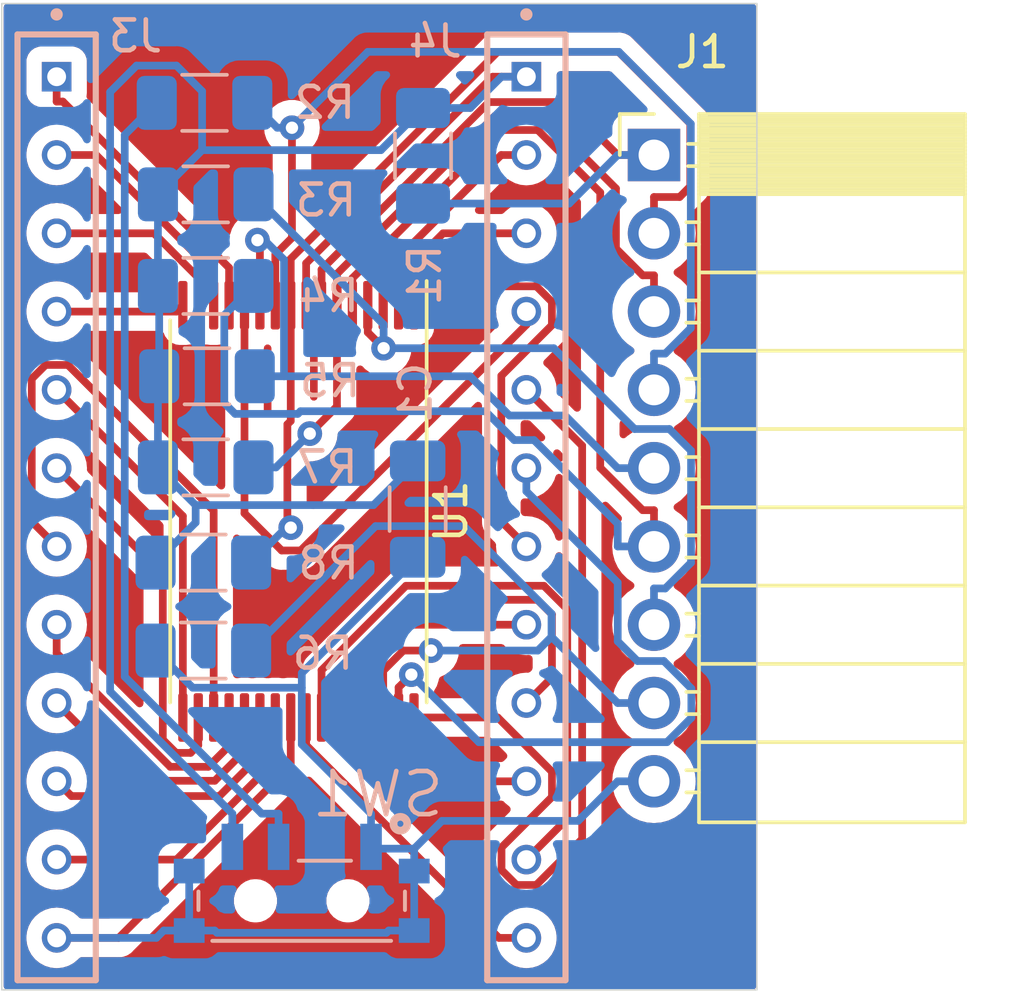
<source format=kicad_pcb>
(kicad_pcb (version 20221018) (generator pcbnew)
  (layers (0 "F.Cu" signal) (31 "B.Cu" signal) (34 "B.Paste" user) (35 "F.Paste" user) (36 "B.SilkS" user "B.Silkscreen") (37 "F.SilkS" user "F.Silkscreen") (38 "B.Mask" user) (39 "F.Mask" user) (44 "Edge.Cuts" user))
  (net 0 "")
  (net 1 "/VCC")
  (net 2 "GND")
  (net 3 "/A7")
  (net 4 "/A6")
  (net 5 "/A5")
  (net 6 "/A3")
  (net 7 "/A2")
  (net 8 "/A1")
  (net 9 "/A0")
  (net 10 "/D0")
  (net 11 "/D1")
  (net 12 "/D2")
  (net 13 "/D3")
  (net 14 "/D4")
  (net 15 "/D5")
  (net 16 "/D6")
  (net 17 "/D7")
  (net 18 "/A11")
  (net 19 "/A10")
  (net 20 "/CS1")
  (net 21 "/A12")
  (net 22 "/A9")
  (net 23 "/A8")
  (net 24 "Net-(J1-Pin_1)")
  (net 25 "Net-(J1-Pin_2)")
  (net 26 "Net-(J1-Pin_3)")
  (net 27 "Net-(J1-Pin_4)")
  (net 28 "Net-(J1-Pin_5)")
  (net 29 "Net-(J1-Pin_6)")
  (net 30 "Net-(J1-Pin_7)")
  (net 31 "Net-(J1-Pin_8)")
  (net 32 "Net-(R2-Pad2)")
  (net 33 "/A4")
  (footprint "Package_SO:TSOP-I-32_12.4x8mm_P0.5mm" (layer "F.Cu") (at 158.625 118.975 -90)
    (fp_text reference "U1" (at 0 -4.95 -90) (layer "F.SilkS"))
    (fp_text value "SST39SF040A TSOP")
    (fp_line (start 0 -4.16) (end -7.475 -4.16) (stroke (width 0.12)) (layer "F.SilkS"))
    (fp_line (start 0 -4.16) (end 6.2 -4.16) (stroke (width 0.12)) (layer "F.SilkS"))
    (fp_line (start 0 4.16) (end -6.2 4.16) (stroke (width 0.12)) (layer "F.SilkS"))
    (fp_line (start 0 4.16) (end 6.2 4.16) (stroke (width 0.12)) (layer "F.SilkS"))
    (pad "1" smd roundrect locked (at -6.6875 -3.75 270) (size 1.575 0.3) (layers "F.Cu" "F.Paste" "F.Mask") (net 18 "/A11"))
    (pad "2" smd roundrect locked (at -6.6875 -3.25 270) (size 1.575 0.3) (layers "F.Cu" "F.Paste" "F.Mask") (net 22 "/A9"))
    (pad "3" smd roundrect locked (at -6.6875 -2.75 270) (size 1.575 0.3) (layers "F.Cu" "F.Paste" "F.Mask") (net 23 "/A8"))
    (pad "4" smd roundrect locked (at -6.6875 -2.25 270) (size 1.575 0.3) (layers "F.Cu" "F.Paste" "F.Mask") (net 30 "Net-(J1-Pin_7)"))
    (pad "5" smd roundrect locked (at -6.6875 -1.75 270) (size 1.575 0.3) (layers "F.Cu" "F.Paste" "F.Mask") (net 29 "Net-(J1-Pin_6)"))
    (pad "6" smd roundrect locked (at -6.6875 -1.25 270) (size 1.575 0.3) (layers "F.Cu" "F.Paste" "F.Mask") (net 26 "Net-(J1-Pin_3)"))
    (pad "7" smd roundrect locked (at -6.6875 -0.75 270) (size 1.575 0.3) (layers "F.Cu" "F.Paste" "F.Mask") (net 24 "Net-(J1-Pin_1)"))
    (pad "8" smd roundrect locked (at -6.6875 -0.25 270) (size 1.575 0.3) (layers "F.Cu" "F.Paste" "F.Mask") (net 1 "/VCC"))
    (pad "9" smd roundrect locked (at -6.6875 0.25 270) (size 1.575 0.3) (layers "F.Cu" "F.Paste" "F.Mask") (net 25 "Net-(J1-Pin_2)"))
    (pad "10" smd roundrect locked (at -6.6875 0.75 270) (size 1.575 0.3) (layers "F.Cu" "F.Paste" "F.Mask") (net 27 "Net-(J1-Pin_4)"))
    (pad "11" smd roundrect locked (at -6.6875 1.25 270) (size 1.575 0.3) (layers "F.Cu" "F.Paste" "F.Mask") (net 28 "Net-(J1-Pin_5)"))
    (pad "12" smd roundrect locked (at -6.6875 1.75 270) (size 1.575 0.3) (layers "F.Cu" "F.Paste" "F.Mask") (net 21 "/A12"))
    (pad "13" smd roundrect locked (at -6.6875 2.25 270) (size 1.575 0.3) (layers "F.Cu" "F.Paste" "F.Mask") (net 3 "/A7"))
    (pad "14" smd roundrect locked (at -6.6875 2.75 270) (size 1.575 0.3) (layers "F.Cu" "F.Paste" "F.Mask") (net 4 "/A6"))
    (pad "15" smd roundrect locked (at -6.6875 3.25 270) (size 1.575 0.3) (layers "F.Cu" "F.Paste" "F.Mask") (net 5 "/A5"))
    (pad "16" smd roundrect locked (at -6.6875 3.75 270) (size 1.575 0.3) (layers "F.Cu" "F.Paste" "F.Mask") (net 33 "/A4"))
    (pad "17" smd roundrect locked (at 6.6875 3.75 270) (size 1.575 0.3) (layers "F.Cu" "F.Paste" "F.Mask") (net 6 "/A3"))
    (pad "18" smd roundrect locked (at 6.6875 3.25 270) (size 1.575 0.3) (layers "F.Cu" "F.Paste" "F.Mask") (net 7 "/A2"))
    (pad "19" smd roundrect locked (at 6.6875 2.75 270) (size 1.575 0.3) (layers "F.Cu" "F.Paste" "F.Mask") (net 8 "/A1"))
    (pad "20" smd roundrect locked (at 6.6875 2.25 270) (size 1.575 0.3) (layers "F.Cu" "F.Paste" "F.Mask") (net 9 "/A0"))
    (pad "21" smd roundrect locked (at 6.6875 1.75 270) (size 1.575 0.3) (layers "F.Cu" "F.Paste" "F.Mask") (net 10 "/D0"))
    (pad "22" smd roundrect locked (at 6.6875 1.25 270) (size 1.575 0.3) (layers "F.Cu" "F.Paste" "F.Mask") (net 11 "/D1"))
    (pad "23" smd roundrect locked (at 6.6875 0.75 270) (size 1.575 0.3) (layers "F.Cu" "F.Paste" "F.Mask") (net 12 "/D2"))
    (pad "24" smd roundrect locked (at 6.6875 0.25 270) (size 1.575 0.3) (layers "F.Cu" "F.Paste" "F.Mask") (net 2 "GND"))
    (pad "25" smd roundrect locked (at 6.6875 -0.25 270) (size 1.575 0.3) (layers "F.Cu" "F.Paste" "F.Mask") (net 13 "/D3"))
    (pad "26" smd roundrect locked (at 6.6875 -0.75 270) (size 1.575 0.3) (layers "F.Cu" "F.Paste" "F.Mask") (net 14 "/D4"))
    (pad "27" smd roundrect locked (at 6.6875 -1.25 270) (size 1.575 0.3) (layers "F.Cu" "F.Paste" "F.Mask") (net 15 "/D5"))
    (pad "28" smd roundrect locked (at 6.6875 -1.75 270) (size 1.575 0.3) (layers "F.Cu" "F.Paste" "F.Mask") (net 16 "/D6"))
    (pad "29" smd roundrect locked (at 6.6875 -2.25 270) (size 1.575 0.3) (layers "F.Cu" "F.Paste" "F.Mask") (net 17 "/D7"))
    (pad "30" smd roundrect locked (at 6.6875 -2.75 270) (size 1.575 0.3) (layers "F.Cu" "F.Paste" "F.Mask") (net 31 "Net-(J1-Pin_8)"))
    (pad "31" smd roundrect locked (at 6.6875 -3.25 270) (size 1.575 0.3) (layers "F.Cu" "F.Paste" "F.Mask") (net 19 "/A10"))
    (pad "32" smd roundrect locked (at 6.6875 -3.75 270) (size 1.575 0.3) (layers "F.Cu" "F.Paste" "F.Mask") (net 20 "/CS1"))
  )
  (footprint "Switch:PinSocket_1x09_P2.54mm_HorizontalR" (layer "F.Cu") (at 180.321 107.4134)
    (fp_text reference "J1" (at -8.5916 -3.34325) (layer "F.SilkS"))
    (fp_text value "Conn_01x09_Pin")
    (fp_line (start -11.27 -1.33) (end -11.27 0) (stroke (width 0.12)) (layer "F.SilkS"))
    (fp_line (start -10.16 -1.33) (end -11.27 -1.33) (stroke (width 0.12)) (layer "F.SilkS"))
    (fp_line (start -8.7 -1.33) (end -8.7 21.65) (stroke (width 0.12)) (layer "F.SilkS"))
    (fp_line (start -8.7 -0.36) (end -9.05 -0.36) (stroke (width 0.12)) (layer "F.SilkS"))
    (fp_line (start -8.7 0.36) (end -9.05 0.36) (stroke (width 0.12)) (layer "F.SilkS"))
    (fp_line (start -8.7 2.18) (end -9.11 2.18) (stroke (width 0.12)) (layer "F.SilkS"))
    (fp_line (start -8.7 2.9) (end -9.11 2.9) (stroke (width 0.12)) (layer "F.SilkS"))
    (fp_line (start -8.7 4.72) (end -9.11 4.72) (stroke (width 0.12)) (layer "F.SilkS"))
    (fp_line (start -8.7 5.44) (end -9.11 5.44) (stroke (width 0.12)) (layer "F.SilkS"))
    (fp_line (start -8.7 7.26) (end -9.11 7.26) (stroke (width 0.12)) (layer "F.SilkS"))
    (fp_line (start -8.7 7.98) (end -9.11 7.98) (stroke (width 0.12)) (layer "F.SilkS"))
    (fp_line (start -8.7 9.8) (end -9.11 9.8) (stroke (width 0.12)) (layer "F.SilkS"))
    (fp_line (start -8.7 10.52) (end -9.11 10.52) (stroke (width 0.12)) (layer "F.SilkS"))
    (fp_line (start -8.7 12.34) (end -9.11 12.34) (stroke (width 0.12)) (layer "F.SilkS"))
    (fp_line (start -8.7 13.06) (end -9.11 13.06) (stroke (width 0.12)) (layer "F.SilkS"))
    (fp_line (start -8.7 14.88) (end -9.11 14.88) (stroke (width 0.12)) (layer "F.SilkS"))
    (fp_line (start -8.7 15.6) (end -9.11 15.6) (stroke (width 0.12)) (layer "F.SilkS"))
    (fp_line (start -8.7 17.42) (end -9.11 17.42) (stroke (width 0.12)) (layer "F.SilkS"))
    (fp_line (start -8.7 18.14) (end -9.11 18.14) (stroke (width 0.12)) (layer "F.SilkS"))
    (fp_line (start -8.7 19.96) (end -9.11 19.96) (stroke (width 0.12)) (layer "F.SilkS"))
    (fp_line (start -8.7 20.68) (end -9.11 20.68) (stroke (width 0.12)) (layer "F.SilkS"))
    (fp_line (start -0.07 -1.33) (end -8.7 -1.33) (stroke (width 0.12)) (layer "F.SilkS"))
    (fp_line (start -0.07 -1.33) (end -0.07 21.65) (stroke (width 0.12)) (layer "F.SilkS"))
    (fp_line (start -0.07 -1.21) (end -8.7 -1.21) (stroke (width 0.12)) (layer "F.SilkS"))
    (fp_line (start -0.07 -1.091905) (end -8.7 -1.091905) (stroke (width 0.12)) (layer "F.SilkS"))
    (fp_line (start -0.07 -0.97381) (end -8.7 -0.97381) (stroke (width 0.12)) (layer "F.SilkS"))
    (fp_line (start -0.07 -0.855715) (end -8.7 -0.855715) (stroke (width 0.12)) (layer "F.SilkS"))
    (fp_line (start -0.07 -0.73762) (end -8.7 -0.73762) (stroke (width 0.12)) (layer "F.SilkS"))
    (fp_line (start -0.07 -0.619525) (end -8.7 -0.619525) (stroke (width 0.12)) (layer "F.SilkS"))
    (fp_line (start -0.07 -0.50143) (end -8.7 -0.50143) (stroke (width 0.12)) (layer "F.SilkS"))
    (fp_line (start -0.07 -0.383335) (end -8.7 -0.383335) (stroke (width 0.12)) (layer "F.SilkS"))
    (fp_line (start -0.07 -0.26524) (end -8.7 -0.26524) (stroke (width 0.12)) (layer "F.SilkS"))
    (fp_line (start -0.07 -0.147145) (end -8.7 -0.147145) (stroke (width 0.12)) (layer "F.SilkS"))
    (fp_line (start -0.07 -0.02905) (end -8.7 -0.02905) (stroke (width 0.12)) (layer "F.SilkS"))
    (fp_line (start -0.07 0.089045) (end -8.7 0.089045) (stroke (width 0.12)) (layer "F.SilkS"))
    (fp_line (start -0.07 0.20714) (end -8.7 0.20714) (stroke (width 0.12)) (layer "F.SilkS"))
    (fp_line (start -0.07 0.325235) (end -8.7 0.325235) (stroke (width 0.12)) (layer "F.SilkS"))
    (fp_line (start -0.07 0.44333) (end -8.7 0.44333) (stroke (width 0.12)) (layer "F.SilkS"))
    (fp_line (start -0.07 0.561425) (end -8.7 0.561425) (stroke (width 0.12)) (layer "F.SilkS"))
    (fp_line (start -0.07 0.67952) (end -8.7 0.67952) (stroke (width 0.12)) (layer "F.SilkS"))
    (fp_line (start -0.07 0.797615) (end -8.7 0.797615) (stroke (width 0.12)) (layer "F.SilkS"))
    (fp_line (start -0.07 0.91571) (end -8.7 0.91571) (stroke (width 0.12)) (layer "F.SilkS"))
    (fp_line (start -0.07 1.033805) (end -8.7 1.033805) (stroke (width 0.12)) (layer "F.SilkS"))
    (fp_line (start -0.07 1.1519) (end -8.7 1.1519) (stroke (width 0.12)) (layer "F.SilkS"))
    (fp_line (start -0.07 1.27) (end -8.7 1.27) (stroke (width 0.12)) (layer "F.SilkS"))
    (fp_line (start -0.07 3.81) (end -8.7 3.81) (stroke (width 0.12)) (layer "F.SilkS"))
    (fp_line (start -0.07 6.35) (end -8.7 6.35) (stroke (width 0.12)) (layer "F.SilkS"))
    (fp_line (start -0.07 8.89) (end -8.7 8.89) (stroke (width 0.12)) (layer "F.SilkS"))
    (fp_line (start -0.07 11.43) (end -8.7 11.43) (stroke (width 0.12)) (layer "F.SilkS"))
    (fp_line (start -0.07 13.97) (end -8.7 13.97) (stroke (width 0.12)) (layer "F.SilkS"))
    (fp_line (start -0.07 16.51) (end -8.7 16.51) (stroke (width 0.12)) (layer "F.SilkS"))
    (fp_line (start -0.07 19.05) (end -8.7 19.05) (stroke (width 0.12)) (layer "F.SilkS"))
    (fp_line (start -0.07 21.65) (end -8.7 21.65) (stroke (width 0.12)) (layer "F.SilkS"))
    (pad "1" thru_hole rect (at -10.16 0) (size 1.7 1.7) (drill 1) (layers "*.Cu" "*.Mask") (net 24 "Net-(J1-Pin_1)"))
    (pad "2" thru_hole oval (at -10.16 2.54) (size 1.7 1.7) (drill 1) (layers "*.Cu" "*.Mask") (net 25 "Net-(J1-Pin_2)"))
    (pad "3" thru_hole oval (at -10.16 5.08) (size 1.7 1.7) (drill 1) (layers "*.Cu" "*.Mask") (net 26 "Net-(J1-Pin_3)"))
    (pad "4" thru_hole oval (at -10.16 7.62) (size 1.7 1.7) (drill 1) (layers "*.Cu" "*.Mask") (net 27 "Net-(J1-Pin_4)"))
    (pad "5" thru_hole oval (at -10.16 10.16) (size 1.7 1.7) (drill 1) (layers "*.Cu" "*.Mask") (net 28 "Net-(J1-Pin_5)"))
    (pad "6" thru_hole oval (at -10.16 12.7) (size 1.7 1.7) (drill 1) (layers "*.Cu" "*.Mask") (net 29 "Net-(J1-Pin_6)"))
    (pad "7" thru_hole oval (at -10.16 15.24) (size 1.7 1.7) (drill 1) (layers "*.Cu" "*.Mask") (net 30 "Net-(J1-Pin_7)"))
    (pad "8" thru_hole oval (at -10.16 17.78) (size 1.7 1.7) (drill 1) (layers "*.Cu" "*.Mask") (net 31 "Net-(J1-Pin_8)"))
    (pad "9" thru_hole oval (at -10.16 20.32) (size 1.7 1.7) (drill 1) (layers "*.Cu" "*.Mask") (net 2 "GND"))
  )
  (footprint "Switch:SW_PCM12SMTR" (layer "B.Cu") (at 158.731 131.6101 180)
    (fp_text reference "SW1" (at -2.4701 3.451225) (layer "B.SilkS") (effects (font (size 1.4 1.4)) (justify mirror)))
    (fp_text value "SW_SPDT" hide)
    (fp_line (start -3.35 -0.3) (end -3.35 0.3) (stroke (width 0.127)) (layer "B.SilkS"))
    (fp_line (start -2.9 -1.3) (end 2.9 -1.3) (stroke (width 0.127)) (layer "B.SilkS"))
    (fp_line (start -1.6 1.3) (end 0.1 1.3) (stroke (width 0.127)) (layer "B.SilkS"))
    (fp_line (start 3.35 0.3) (end 3.35 -0.3) (stroke (width 0.127)) (layer "B.SilkS"))
    (fp_circle (center -3.2 2.5) (end -3.1 2.5) (stroke (width 0.25)) (fill none) (layer "B.SilkS"))
    (pad "" np_thru_hole circle locked (at -1.5 0 180) (size 0.9 0.9) (drill 0.9) (layers "*.Cu" "*.Mask"))
    (pad "" np_thru_hole circle locked (at 1.5 0 180) (size 0.9 0.9) (drill 0.9) (layers "*.Cu" "*.Mask"))
    (pad "1" smd rect locked (at -2.25 1.75 180) (size 0.7 1.5) (layers "B.Cu" "B.Paste" "B.Mask") (net 2 "GND"))
    (pad "2" smd rect locked (at 0.75 1.75 180) (size 0.7 1.5) (layers "B.Cu" "B.Paste" "B.Mask") (net 32 "Net-(R2-Pad2)"))
    (pad "3" smd rect locked (at 2.25 1.75 180) (size 0.7 1.5) (layers "B.Cu" "B.Paste" "B.Mask") (net 1 "/VCC"))
    (pad "S1" smd rect locked (at -3.65 0.965 180) (size 1 0.8) (layers "B.Cu" "B.Paste" "B.Mask") (net 2 "GND"))
    (pad "S2" smd rect locked (at -3.65 -0.965 180) (size 1 0.8) (layers "B.Cu" "B.Paste" "B.Mask") (net 2 "GND"))
    (pad "S3" smd rect locked (at 3.65 -0.965 180) (size 1 0.8) (layers "B.Cu" "B.Paste" "B.Mask") (net 2 "GND"))
    (pad "S4" smd rect locked (at 3.65 0.965 180) (size 1 0.8) (layers "B.Cu" "B.Paste" "B.Mask") (net 2 "GND"))
  )
  (footprint "Resistor_SMD:R_1206_3216Metric_Pad1.30x1.75mm_HandSolder" (layer "B.Cu") (at 155.6576 114.5921 180)
    (fp_text reference "R5" (at -3.99415 -0.1524) (layer "B.SilkS") (effects (justify mirror)))
    (fp_text value "10K")
    (fp_line (start -0.727064 -0.91) (end 0.727064 -0.91) (stroke (width 0.12)) (layer "B.SilkS"))
    (fp_line (start -0.727064 0.91) (end 0.727064 0.91) (stroke (width 0.12)) (layer "B.SilkS"))
    (pad "1" smd roundrect locked (at -1.55 0 180) (size 1.3 1.75) (layers "B.Cu" "B.Paste" "B.Mask") (roundrect_rratio 0.1923076923) (net 28 "Net-(J1-Pin_5)"))
    (pad "2" smd roundrect locked (at 1.55 0 180) (size 1.3 1.75) (layers "B.Cu" "B.Paste" "B.Mask") (roundrect_rratio 0.1923076923) (net 1 "/VCC"))
  )
  (footprint "Resistor_SMD:R_1206_3216Metric_Pad1.30x1.75mm_HandSolder" (layer "B.Cu") (at 155.5401 123.4916 180)
    (fp_text reference "R6" (at -3.877225 -0.09525) (layer "B.SilkS") (effects (justify mirror)))
    (fp_text value "10K")
    (fp_line (start -0.727064 -0.91) (end 0.727064 -0.91) (stroke (width 0.12)) (layer "B.SilkS"))
    (fp_line (start -0.727064 0.91) (end 0.727064 0.91) (stroke (width 0.12)) (layer "B.SilkS"))
    (pad "1" smd roundrect locked (at -1.55 0 180) (size 1.3 1.75) (layers "B.Cu" "B.Paste" "B.Mask") (roundrect_rratio 0.1923076923) (net 31 "Net-(J1-Pin_8)"))
    (pad "2" smd roundrect locked (at 1.55 0 180) (size 1.3 1.75) (layers "B.Cu" "B.Paste" "B.Mask") (roundrect_rratio 0.1923076923) (net 2 "GND"))
  )
  (footprint "Resistor_SMD:R_1206_3216Metric_Pad1.30x1.75mm_HandSolder" (layer "B.Cu") (at 155.5782 105.7211 180)
    (fp_text reference "R2" (at -3.902675 0.00635) (layer "B.SilkS") (effects (justify mirror)))
    (fp_text value "10K")
    (fp_line (start -0.727064 -0.91) (end 0.727064 -0.91) (stroke (width 0.12)) (layer "B.SilkS"))
    (fp_line (start -0.727064 0.91) (end 0.727064 0.91) (stroke (width 0.12)) (layer "B.SilkS"))
    (pad "1" smd roundrect locked (at -1.55 0 180) (size 1.3 1.75) (layers "B.Cu" "B.Paste" "B.Mask") (roundrect_rratio 0.1923076923) (net 27 "Net-(J1-Pin_4)"))
    (pad "2" smd roundrect locked (at 1.55 0 180) (size 1.3 1.75) (layers "B.Cu" "B.Paste" "B.Mask") (roundrect_rratio 0.1923076923) (net 32 "Net-(R2-Pad2)"))
  )
  (footprint "Switch:Pin-Pin Header 2.54mm Round Samtec BBL-112-G-E" (layer "B.Cu") (at 166.0202 104.8734 -90)
    (fp_text reference "J4" (at -1.149325 2.95855) (layer "B.SilkS") (effects (justify mirror)))
    (fp_text value "BBL-112-G-E")
    (fp_line (start -1.372 -1.27) (end -1.372 1.27) (stroke (width 0.2)) (layer "B.SilkS"))
    (fp_line (start 29.312 -1.27) (end -1.372 -1.27) (stroke (width 0.2)) (layer "B.SilkS"))
    (fp_line (start 29.312 1.27) (end -1.372 1.27) (stroke (width 0.2)) (layer "B.SilkS"))
    (fp_line (start 29.312 1.27) (end 29.312 -1.27) (stroke (width 0.2)) (layer "B.SilkS"))
    (fp_circle (center -2.022 0) (end -1.922 0) (stroke (width 0.2)) (fill none) (layer "B.SilkS"))
    (pad "01" thru_hole rect locked (at 0 0 270) (size 0.96 0.96) (drill 0.61) (layers "*.Cu" "*.Mask") (net 1 "/VCC"))
    (pad "02" thru_hole circle locked (at 2.54 0 270) (size 0.96 0.96) (drill 0.61) (layers "*.Cu" "*.Mask") (net 23 "/A8"))
    (pad "03" thru_hole circle locked (at 5.08 0 270) (size 0.96 0.96) (drill 0.61) (layers "*.Cu" "*.Mask") (net 22 "/A9"))
    (pad "04" thru_hole circle locked (at 7.62 0 270) (size 0.96 0.96) (drill 0.61) (layers "*.Cu" "*.Mask") (net 21 "/A12"))
    (pad "05" thru_hole circle locked (at 10.16 0 270) (size 0.96 0.96) (drill 0.61) (layers "*.Cu" "*.Mask") (net 20 "/CS1"))
    (pad "06" thru_hole circle locked (at 12.7 0 270) (size 0.96 0.96) (drill 0.61) (layers "*.Cu" "*.Mask") (net 19 "/A10"))
    (pad "07" thru_hole circle locked (at 15.24 0 270) (size 0.96 0.96) (drill 0.61) (layers "*.Cu" "*.Mask") (net 18 "/A11"))
    (pad "08" thru_hole circle locked (at 17.78 0 270) (size 0.96 0.96) (drill 0.61) (layers "*.Cu" "*.Mask") (net 17 "/D7"))
    (pad "09" thru_hole circle locked (at 20.32 0 270) (size 0.96 0.96) (drill 0.61) (layers "*.Cu" "*.Mask") (net 16 "/D6"))
    (pad "10" thru_hole circle locked (at 22.86 0 270) (size 0.96 0.96) (drill 0.61) (layers "*.Cu" "*.Mask") (net 15 "/D5"))
    (pad "11" thru_hole circle locked (at 25.4 0 270) (size 0.96 0.96) (drill 0.61) (layers "*.Cu" "*.Mask") (net 14 "/D4"))
    (pad "12" thru_hole circle locked (at 27.94 0 270) (size 0.96 0.96) (drill 0.61) (layers "*.Cu" "*.Mask") (net 13 "/D3"))
  )
  (footprint "Resistor_SMD:R_1206_3216Metric_Pad1.30x1.75mm_HandSolder" (layer "B.Cu") (at 155.6163 108.6898 180)
    (fp_text reference "R3" (at -3.902675 -0.19365) (layer "B.SilkS") (effects (justify mirror)))
    (fp_text value "10K")
    (fp_line (start -0.727064 -0.91) (end 0.727064 -0.91) (stroke (width 0.12)) (layer "B.SilkS"))
    (fp_line (start -0.727064 0.91) (end 0.727064 0.91) (stroke (width 0.12)) (layer "B.SilkS"))
    (pad "1" smd roundrect locked (at -1.55 0 180) (size 1.3 1.75) (layers "B.Cu" "B.Paste" "B.Mask") (roundrect_rratio 0.1923076923) (net 30 "Net-(J1-Pin_7)"))
    (pad "2" smd roundrect locked (at 1.55 0 180) (size 1.3 1.75) (layers "B.Cu" "B.Paste" "B.Mask") (roundrect_rratio 0.1923076923) (net 1 "/VCC"))
  )
  (footprint "Resistor_SMD:R_1206_3216Metric_Pad1.30x1.75mm_HandSolder" (layer "B.Cu") (at 155.6163 117.548 180)
    (fp_text reference "R7" (at -3.94715 0.006375) (layer "B.SilkS") (effects (justify mirror)))
    (fp_text value "10K")
    (fp_line (start -0.727064 -0.91) (end 0.727064 -0.91) (stroke (width 0.12)) (layer "B.SilkS"))
    (fp_line (start -0.727064 0.91) (end 0.727064 0.91) (stroke (width 0.12)) (layer "B.SilkS"))
    (pad "1" smd roundrect locked (at -1.55 0 180) (size 1.3 1.75) (layers "B.Cu" "B.Paste" "B.Mask") (roundrect_rratio 0.1923076923) (net 26 "Net-(J1-Pin_3)"))
    (pad "2" smd roundrect locked (at 1.55 0 180) (size 1.3 1.75) (layers "B.Cu" "B.Paste" "B.Mask") (roundrect_rratio 0.1923076923) (net 1 "/VCC"))
  )
  (footprint "Resistor_SMD:R_1206_3216Metric_Pad1.30x1.75mm_HandSolder" (layer "B.Cu") (at 162.6676 107.4385 -90)
    (fp_text reference "R1" (at 3.870325 -0.057175 90) (layer "B.SilkS") (effects (justify mirror)))
    (fp_text value "10K")
    (fp_line (start -0.727064 -0.91) (end 0.727064 -0.91) (stroke (width 0.12)) (layer "B.SilkS"))
    (fp_line (start -0.727064 0.91) (end 0.727064 0.91) (stroke (width 0.12)) (layer "B.SilkS"))
    (pad "1" smd roundrect locked (at -1.55 0 270) (size 1.3 1.75) (layers "B.Cu" "B.Paste" "B.Mask") (roundrect_rratio 0.1923076923) (net 1 "/VCC"))
    (pad "2" smd roundrect locked (at 1.55 0 270) (size 1.3 1.75) (layers "B.Cu" "B.Paste" "B.Mask") (roundrect_rratio 0.1923076923) (net 24 "Net-(J1-Pin_1)"))
  )
  (footprint "Switch:Pin-Pin Header 2.54mm Round Samtec BBL-112-G-E" (layer "B.Cu") (at 150.7802 104.8734 -90)
    (fp_text reference locked "J3" (at -1.314425 -2.5596) (layer "B.SilkS") (effects (justify mirror)))
    (fp_text value "BBL-112-G-E")
    (fp_line (start -1.372 -1.27) (end -1.372 1.27) (stroke (width 0.2)) (layer "B.SilkS"))
    (fp_line (start 29.312 -1.27) (end -1.372 -1.27) (stroke (width 0.2)) (layer "B.SilkS"))
    (fp_line (start 29.312 1.27) (end -1.372 1.27) (stroke (width 0.2)) (layer "B.SilkS"))
    (fp_line (start 29.312 1.27) (end 29.312 -1.27) (stroke (width 0.2)) (layer "B.SilkS"))
    (fp_circle (center -2.022 0) (end -1.922 0) (stroke (width 0.2)) (fill none) (layer "B.SilkS"))
    (pad "01" thru_hole rect locked (at 0 0 270) (size 0.96 0.96) (drill 0.61) (layers "*.Cu" "*.Mask") (net 3 "/A7"))
    (pad "02" thru_hole circle locked (at 2.54 0 270) (size 0.96 0.96) (drill 0.61) (layers "*.Cu" "*.Mask") (net 4 "/A6"))
    (pad "03" thru_hole circle locked (at 5.08 0 270) (size 0.96 0.96) (drill 0.61) (layers "*.Cu" "*.Mask") (net 5 "/A5"))
    (pad "04" thru_hole circle locked (at 7.62 0 270) (size 0.96 0.96) (drill 0.61) (layers "*.Cu" "*.Mask") (net 33 "/A4"))
    (pad "05" thru_hole circle locked (at 10.16 0 270) (size 0.96 0.96) (drill 0.61) (layers "*.Cu" "*.Mask") (net 6 "/A3"))
    (pad "06" thru_hole circle locked (at 12.7 0 270) (size 0.96 0.96) (drill 0.61) (layers "*.Cu" "*.Mask") (net 7 "/A2"))
    (pad "07" thru_hole circle locked (at 15.24 0 270) (size 0.96 0.96) (drill 0.61) (layers "*.Cu" "*.Mask") (net 8 "/A1"))
    (pad "08" thru_hole circle locked (at 17.78 0 270) (size 0.96 0.96) (drill 0.61) (layers "*.Cu" "*.Mask") (net 9 "/A0"))
    (pad "09" thru_hole circle locked (at 20.32 0 270) (size 0.96 0.96) (drill 0.61) (layers "*.Cu" "*.Mask") (net 10 "/D0"))
    (pad "10" thru_hole circle locked (at 22.86 0 270) (size 0.96 0.96) (drill 0.61) (layers "*.Cu" "*.Mask") (net 11 "/D1"))
    (pad "11" thru_hole circle locked (at 25.4 0 270) (size 0.96 0.96) (drill 0.61) (layers "*.Cu" "*.Mask") (net 12 "/D2"))
    (pad "12" thru_hole circle locked (at 27.94 0 270) (size 0.96 0.96) (drill 0.61) (layers "*.Cu" "*.Mask") (net 2 "GND"))
  )
  (footprint "Capacitor_SMD:C_1206_3216Metric_Pad1.33x1.80mm_HandSolder" (layer "B.Cu") (at 162.4933 118.9006 -90)
    (fp_text reference "C1" (at -3.76875 0.073 90) (layer "B.SilkS") (effects (justify mirror)))
    (fp_text value "100nF")
    (fp_line (start -0.711252 -0.91) (end 0.711252 -0.91) (stroke (width 0.12)) (layer "B.SilkS"))
    (fp_line (start -0.711252 0.91) (end 0.711252 0.91) (stroke (width 0.12)) (layer "B.SilkS"))
    (pad "1" smd roundrect (at -1.5625 0 270) (size 1.325 1.8) (layers "B.Cu" "B.Paste" "B.Mask") (roundrect_rratio 0.1886792453) (net 1 "/VCC"))
    (pad "2" smd roundrect (at 1.5625 0 270) (size 1.325 1.8) (layers "B.Cu" "B.Paste" "B.Mask") (roundrect_rratio 0.1886792453) (net 2 "GND"))
  )
  (footprint "Resistor_SMD:R_1206_3216Metric_Pad1.30x1.75mm_HandSolder" (layer "B.Cu") (at 155.5401 120.6373 180)
    (fp_text reference "R8" (at -4.0652 -0.02225) (layer "B.SilkS") (effects (justify mirror)))
    (fp_text value "10K")
    (fp_line (start -0.727064 -0.91) (end 0.727064 -0.91) (stroke (width 0.12)) (layer "B.SilkS"))
    (fp_line (start -0.727064 0.91) (end 0.727064 0.91) (stroke (width 0.12)) (layer "B.SilkS"))
    (pad "1" smd roundrect locked (at -1.55 0 180) (size 1.3 1.75) (layers "B.Cu" "B.Paste" "B.Mask") (roundrect_rratio 0.1923076923) (net 25 "Net-(J1-Pin_2)"))
    (pad "2" smd roundrect locked (at 1.55 0 180) (size 1.3 1.75) (layers "B.Cu" "B.Paste" "B.Mask") (roundrect_rratio 0.1923076923) (net 1 "/VCC"))
  )
  (footprint "Resistor_SMD:R_1206_3216Metric_Pad1.30x1.75mm_HandSolder" (layer "B.Cu") (at 155.6163 111.6616 180)
    (fp_text reference "R4" (at -3.98835 -0.32385) (layer "B.SilkS") (effects (justify mirror)))
    (fp_text value "10K")
    (fp_line (start -0.727064 -0.91) (end 0.727064 -0.91) (stroke (width 0.12)) (layer "B.SilkS"))
    (fp_line (start -0.727064 0.91) (end 0.727064 0.91) (stroke (width 0.12)) (layer "B.SilkS"))
    (pad "1" smd roundrect locked (at -1.55 0 180) (size 1.3 1.75) (layers "B.Cu" "B.Paste" "B.Mask") (roundrect_rratio 0.1923076923) (net 29 "Net-(J1-Pin_6)"))
    (pad "2" smd roundrect locked (at 1.55 0 180) (size 1.3 1.75) (layers "B.Cu" "B.Paste" "B.Mask") (roundrect_rratio 0.1923076923) (net 1 "/VCC"))
  )
  (gr_rect (start 149 102.5) (end 173.5 134.5) (stroke (width 0.05)) (fill none) (layer "Edge.Cuts"))
  (segment (start 166.0202 104.8734) (end 165.2133 104.8734) (width 0.25) (layer "F.Cu") (net 1))
  (segment (start 158.875 112.2875) (end 158.875 110.9253) (width 0.25) (layer "F.Cu") (net 1))
  (segment (start 158.875 110.9253) (end 164.9269 104.8734) (width 0.25) (layer "F.Cu") (net 1))
  (segment (start 164.9269 104.8734) (end 165.2133 104.8734) (width 0.25) (layer "F.Cu") (net 1))
  (segment (start 155.2903 118.772) (end 155.2903 119.3371) (width 0.25) (layer "B.Cu") (net 1))
  (segment (start 155.2903 118.772) (end 154.0663 117.548) (width 0.25) (layer "B.Cu") (net 1))
  (segment (start 161.3002 107.2559) (end 162.6676 105.8885) (width 0.25) (layer "B.Cu") (net 1))
  (segment (start 153.3724 104.5127) (end 152.5151 105.37) (width 0.25) (layer "B.Cu") (net 1))
  (segment (start 155.5002 107.2559) (end 161.3002 107.2559) (width 0.25) (layer "B.Cu") (net 1))
  (segment (start 166.0202 104.8734) (end 165.2133 104.8734) (width 0.25) (layer "B.Cu") (net 1))
  (segment (start 162.4933 117.3381) (end 161.0594 118.772) (width 0.25) (layer "B.Cu") (net 1))
  (segment (start 161.0594 118.772) (end 155.2903 118.772) (width 0.25) (layer "B.Cu") (net 1))
  (segment (start 164.1982 105.8885) (end 165.2133 104.8734) (width 0.25) (layer "B.Cu") (net 1))
  (segment (start 155.5002 105.3446) (end 154.6683 104.5127) (width 0.25) (layer "B.Cu") (net 1))
  (segment (start 156.481 129.8601) (end 156.481 128.7832) (width 0.25) (layer "B.Cu") (net 1))
  (segment (start 154.1076 111.7029) (end 154.1076 114.5921) (width 0.25) (layer "B.Cu") (net 1))
  (segment (start 155.5002 107.2559) (end 155.5002 105.3446) (width 0.25) (layer "B.Cu") (net 1))
  (segment (start 154.0663 111.6616) (end 154.1076 111.7029) (width 0.25) (layer "B.Cu") (net 1))
  (segment (start 162.6676 105.8885) (end 164.1982 105.8885) (width 0.25) (layer "B.Cu") (net 1))
  (segment (start 154.0663 108.6898) (end 155.5002 107.2559) (width 0.25) (layer "B.Cu") (net 1))
  (segment (start 154.0663 114.6334) (end 154.0663 117.548) (width 0.25) (layer "B.Cu") (net 1))
  (segment (start 154.1076 114.5921) (end 154.0663 114.6334) (width 0.25) (layer "B.Cu") (net 1))
  (segment (start 155.2903 119.3371) (end 153.9901 120.6373) (width 0.25) (layer "B.Cu") (net 1))
  (segment (start 154.6683 104.5127) (end 153.3724 104.5127) (width 0.25) (layer "B.Cu") (net 1))
  (segment (start 154.0663 108.6898) (end 154.0663 111.6616) (width 0.25) (layer "B.Cu") (net 1))
  (segment (start 152.5151 105.37) (end 152.5151 124.8173) (width 0.25) (layer "B.Cu") (net 1))
  (segment (start 152.5151 124.8173) (end 156.481 128.7832) (width 0.25) (layer "B.Cu") (net 1))
  (segment (start 158.375 127.2329) (end 158.375 125.6625) (width 0.25) (layer "F.Cu") (net 2))
  (segment (start 152.7945 132.8134) (end 158.375 127.2329) (width 0.25) (layer "F.Cu") (net 2))
  (segment (start 150.7802 132.8134) (end 152.7945 132.8134) (width 0.25) (layer "F.Cu") (net 2))
  (segment (start 158.7338 126.536) (end 160.981 128.7832) (width 0.25) (layer "B.Cu") (net 2))
  (segment (start 162.4933 120.4631) (end 158.7338 124.2226) (width 0.25) (layer "B.Cu") (net 2))
  (segment (start 155.9079 132.5751) (end 155.9817 132.6489) (width 0.25) (layer "B.Cu") (net 2))
  (segment (start 163.2817 129.0175) (end 162.381 129.9182) (width 0.25) (layer "B.Cu") (net 2))
  (segment (start 162.381 129.9182) (end 161.0391 129.9182) (width 0.25) (layer "B.Cu") (net 2))
  (segment (start 162.381 132.5751) (end 161.5541 132.5751) (width 0.25) (layer "B.Cu") (net 2))
  (segment (start 160.981 129.8601) (end 160.981 128.7832) (width 0.25) (layer "B.Cu") (net 2))
  (segment (start 155.081 130.6451) (end 155.081 132.5751) (width 0.25) (layer "B.Cu") (net 2))
  (segment (start 155.081 132.5751) (end 155.9079 132.5751) (width 0.25) (layer "B.Cu") (net 2))
  (segment (start 161.0391 129.9182) (end 160.981 129.8601) (width 0.25) (layer "B.Cu") (net 2))
  (segment (start 161.4803 132.6489) (end 161.5541 132.5751) (width 0.25) (layer "B.Cu") (net 2))
  (segment (start 170.161 127.7334) (end 168.9841 127.7334) (width 0.25) (layer "B.Cu") (net 2))
  (segment (start 162.381 130.6451) (end 162.381 132.5751) (width 0.25) (layer "B.Cu") (net 2))
  (segment (start 168.9841 127.7334) (end 167.7 129.0175) (width 0.25) (layer "B.Cu") (net 2))
  (segment (start 162.381 130.6451) (end 162.381 129.9182) (width 0.25) (layer "B.Cu") (net 2))
  (segment (start 158.7338 124.2226) (end 158.7338 124.6972) (width 0.25) (layer "B.Cu") (net 2))
  (segment (start 158.7338 124.6972) (end 155.1957 124.6972) (width 0.25) (layer "B.Cu") (net 2))
  (segment (start 155.081 132.5751) (end 154.2541 132.5751) (width 0.25) (layer "B.Cu") (net 2))
  (segment (start 154.0158 132.8134) (end 154.2541 132.5751) (width 0.25) (layer "B.Cu") (net 2))
  (segment (start 167.7 129.0175) (end 163.2817 129.0175) (width 0.25) (layer "B.Cu") (net 2))
  (segment (start 155.1957 124.6972) (end 153.9901 123.4916) (width 0.25) (layer "B.Cu") (net 2))
  (segment (start 158.7338 124.6972) (end 158.7338 126.536) (width 0.25) (layer "B.Cu") (net 2))
  (segment (start 155.9817 132.6489) (end 161.4803 132.6489) (width 0.25) (layer "B.Cu") (net 2))
  (segment (start 150.7802 132.8134) (end 154.0158 132.8134) (width 0.25) (layer "B.Cu") (net 2))
  (segment (start 150.7802 105.6803) (end 150.9819 105.6803) (width 0.25) (layer "F.Cu") (net 3))
  (segment (start 150.9819 105.6803) (end 156.375 111.0734) (width 0.25) (layer "F.Cu") (net 3))
  (segment (start 150.7802 104.8734) (end 150.7802 105.6803) (width 0.25) (layer "F.Cu") (net 3))
  (segment (start 156.375 111.0734) (end 156.375 112.2875) (width 0.25) (layer "F.Cu") (net 3))
  (segment (start 150.7802 107.4134) (end 152.0622 107.4134) (width 0.25) (layer "F.Cu") (net 4))
  (segment (start 155.875 111.2262) (end 155.875 112.2875) (width 0.25) (layer "F.Cu") (net 4))
  (segment (start 152.0622 107.4134) (end 155.875 111.2262) (width 0.25) (layer "F.Cu") (net 4))
  (segment (start 153.9373 109.9534) (end 155.375 111.3911) (width 0.25) (layer "F.Cu") (net 5))
  (segment (start 150.7802 109.9534) (end 153.9373 109.9534) (width 0.25) (layer "F.Cu") (net 5))
  (segment (start 155.375 111.3911) (end 155.375 112.2875) (width 0.25) (layer "F.Cu") (net 5))
  (segment (start 154.875 119.1282) (end 150.7802 115.0334) (width 0.25) (layer "F.Cu") (net 6))
  (segment (start 154.875 125.6625) (end 154.875 119.1282) (width 0.25) (layer "F.Cu") (net 6))
  (segment (start 155.1271 126.8112) (end 154.6541 126.8112) (width 0.25) (layer "F.Cu") (net 7))
  (segment (start 154.6541 126.8112) (end 154.224 126.3811) (width 0.25) (layer "F.Cu") (net 7))
  (segment (start 155.375 125.6625) (end 155.375 126.5633) (width 0.25) (layer "F.Cu") (net 7))
  (segment (start 154.224 126.3811) (end 154.224 121.0172) (width 0.25) (layer "F.Cu") (net 7))
  (segment (start 154.224 121.0172) (end 150.7802 117.5734) (width 0.25) (layer "F.Cu") (net 7))
  (segment (start 155.375 126.5633) (end 155.1271 126.8112) (width 0.25) (layer "F.Cu") (net 7))
  (segment (start 150.4224 114.2244) (end 151.1464 114.2244) (width 0.25) (layer "F.Cu") (net 8))
  (segment (start 150.7802 120.1134) (end 149.9722 119.3054) (width 0.25) (layer "F.Cu") (net 8))
  (segment (start 155.875 118.953) (end 155.875 125.6625) (width 0.25) (layer "F.Cu") (net 8))
  (segment (start 151.1464 114.2244) (end 155.875 118.953) (width 0.25) (layer "F.Cu") (net 8))
  (segment (start 149.9722 119.3054) (end 149.9722 114.6746) (width 0.25) (layer "F.Cu") (net 8))
  (segment (start 149.9722 114.6746) (end 150.4224 114.2244) (width 0.25) (layer "F.Cu") (net 8))
  (segment (start 150.7802 123.5765) (end 150.7802 122.6534) (width 0.25) (layer "F.Cu") (net 9))
  (segment (start 154.4668 127.2631) (end 150.7802 123.5765) (width 0.25) (layer "F.Cu") (net 9))
  (segment (start 156.375 126.5872) (end 155.6991 127.2631) (width 0.25) (layer "F.Cu") (net 9))
  (segment (start 156.375 125.6625) (end 156.375 126.5872) (width 0.25) (layer "F.Cu") (net 9))
  (segment (start 155.6991 127.2631) (end 154.4668 127.2631) (width 0.25) (layer "F.Cu") (net 9))
  (segment (start 153.3033 127.7165) (end 150.7802 125.1934) (width 0.25) (layer "F.Cu") (net 10))
  (segment (start 155.9104 127.7165) (end 153.3033 127.7165) (width 0.25) (layer "F.Cu") (net 10))
  (segment (start 156.875 126.7519) (end 155.9104 127.7165) (width 0.25) (layer "F.Cu") (net 10))
  (segment (start 156.875 125.6625) (end 156.875 126.7519) (width 0.25) (layer "F.Cu") (net 10))
  (segment (start 157.375 126.8982) (end 157.375 125.6625) (width 0.25) (layer "F.Cu") (net 11))
  (segment (start 150.7802 127.7334) (end 151.2585 128.2117) (width 0.25) (layer "F.Cu") (net 11))
  (segment (start 151.2585 128.2117) (end 156.0615 128.2117) (width 0.25) (layer "F.Cu") (net 11))
  (segment (start 156.0615 128.2117) (end 157.375 126.8982) (width 0.25) (layer "F.Cu") (net 11))
  (segment (start 157.875 127.0673) (end 157.875 125.6625) (width 0.25) (layer "F.Cu") (net 12))
  (segment (start 150.7802 130.2734) (end 154.6689 130.2734) (width 0.25) (layer "F.Cu") (net 12))
  (segment (start 154.6689 130.2734) (end 157.875 127.0673) (width 0.25) (layer "F.Cu") (net 12))
  (segment (start 166.0202 132.8134) (end 165.1285 132.8134) (width 0.25) (layer "F.Cu") (net 13))
  (segment (start 165.1285 132.8134) (end 158.875 126.5599) (width 0.25) (layer "F.Cu") (net 13))
  (segment (start 158.875 126.5599) (end 158.875 125.6625) (width 0.25) (layer "F.Cu") (net 13))
  (segment (start 167.3464 128.9472) (end 167.3464 122.1472) (width 0.25) (layer "F.Cu") (net 14))
  (segment (start 166.0202 130.2734) (end 167.3464 128.9472) (width 0.25) (layer "F.Cu") (net 14))
  (segment (start 162.1136 121.39) (end 159.375 124.1286) (width 0.25) (layer "F.Cu") (net 14))
  (segment (start 166.5892 121.39) (end 162.1136 121.39) (width 0.25) (layer "F.Cu") (net 14))
  (segment (start 159.375 124.1286) (end 159.375 125.6625) (width 0.25) (layer "F.Cu") (net 14))
  (segment (start 167.3464 122.1472) (end 166.5892 121.39) (width 0.25) (layer "F.Cu") (net 14))
  (segment (start 159.875 126.5291) (end 159.875 125.6625) (width 0.25) (layer "F.Cu") (net 15))
  (segment (start 161.0793 127.7334) (end 159.875 126.5291) (width 0.25) (layer "F.Cu") (net 15))
  (segment (start 166.0202 127.7334) (end 161.0793 127.7334) (width 0.25) (layer "F.Cu") (net 15))
  (segment (start 166.3775 121.8445) (end 162.3131 121.8445) (width 0.25) (layer "F.Cu") (net 16))
  (segment (start 162.3131 121.8445) (end 160.375 123.7826) (width 0.25) (layer "F.Cu") (net 16))
  (segment (start 160.375 123.7826) (end 160.375 125.6625) (width 0.25) (layer "F.Cu") (net 16))
  (segment (start 166.8506 124.363) (end 166.8506 122.3176) (width 0.25) (layer "F.Cu") (net 16))
  (segment (start 166.0202 125.1934) (end 166.8506 124.363) (width 0.25) (layer "F.Cu") (net 16))
  (segment (start 166.8506 122.3176) (end 166.3775 121.8445) (width 0.25) (layer "F.Cu") (net 16))
  (segment (start 162.1604 122.6534) (end 166.0202 122.6534) (width 0.25) (layer "F.Cu") (net 17))
  (segment (start 160.875 123.9388) (end 162.1604 122.6534) (width 0.25) (layer "F.Cu") (net 17))
  (segment (start 160.875 125.6625) (end 160.875 123.9388) (width 0.25) (layer "F.Cu") (net 17))
  (segment (start 166.3462 111.674) (end 162.9885 111.674) (width 0.25) (layer "F.Cu") (net 18))
  (segment (start 165.2073 119.3005) (end 165.2073 114.5764) (width 0.25) (layer "F.Cu") (net 18))
  (segment (start 165.2073 114.5764) (end 166.8491 112.9346) (width 0.25) (layer "F.Cu") (net 18))
  (segment (start 166.8491 112.1769) (end 166.3462 111.674) (width 0.25) (layer "F.Cu") (net 18))
  (segment (start 162.9885 111.674) (end 162.375 112.2875) (width 0.25) (layer "F.Cu") (net 18))
  (segment (start 166.0202 120.1134) (end 165.2073 119.3005) (width 0.25) (layer "F.Cu") (net 18))
  (segment (start 166.8491 112.9346) (end 166.8491 112.1769) (width 0.25) (layer "F.Cu") (net 18))
  (segment (start 161.875 124.6858) (end 162.2883 124.2725) (width 0.25) (layer "F.Cu") (net 19))
  (segment (start 161.875 125.6625) (end 161.875 124.6858) (width 0.25) (layer "F.Cu") (net 19))
  (via (at 162.2883 124.2725) (size 0.8) (drill 0.4) (layers "F.Cu" "B.Cu") (net 19))
  (segment (start 166.0202 117.5734) (end 166.0202 118.3234) (width 0.25) (layer "B.Cu") (net 19))
  (segment (start 168.9841 121.2873) (end 168.9841 123.1914) (width 0.25) (layer "B.Cu") (net 19))
  (segment (start 169.623 123.8303) (end 170.4801 123.8303) (width 0.25) (layer "B.Cu") (net 19))
  (segment (start 171.3732 125.6724) (end 170.5822 126.4634) (width 0.25) (layer "B.Cu") (net 19))
  (segment (start 170.5822 126.4634) (end 164.4792 126.4634) (width 0.25) (layer "B.Cu") (net 19))
  (segment (start 166.0202 118.3234) (end 168.9841 121.2873) (width 0.25) (layer "B.Cu") (net 19))
  (segment (start 171.3732 124.7234) (end 171.3732 125.6724) (width 0.25) (layer "B.Cu") (net 19))
  (segment (start 168.9841 123.1914) (end 169.623 123.8303) (width 0.25) (layer "B.Cu") (net 19))
  (segment (start 170.4801 123.8303) (end 171.3732 124.7234) (width 0.25) (layer "B.Cu") (net 19))
  (segment (start 164.4792 126.4634) (end 162.2883 124.2725) (width 0.25) (layer "B.Cu") (net 19))
  (segment (start 165.2133 130.611) (end 165.6991 131.0968) (width 0.25) (layer "F.Cu") (net 20))
  (segment (start 166.8508 128.2422) (end 165.2133 129.8797) (width 0.25) (layer "F.Cu") (net 20))
  (segment (start 165.0906 125.6625) (end 166.8508 127.4227) (width 0.25) (layer "F.Cu") (net 20))
  (segment (start 167.8306 116.8438) (end 166.0202 115.0334) (width 0.25) (layer "F.Cu") (net 20))
  (segment (start 166.8508 127.4227) (end 166.8508 128.2422) (width 0.25) (layer "F.Cu") (net 20))
  (segment (start 165.2133 129.8797) (end 165.2133 130.611) (width 0.25) (layer "F.Cu") (net 20))
  (segment (start 166.3413 131.0968) (end 167.8306 129.6075) (width 0.25) (layer "F.Cu") (net 20))
  (segment (start 162.375 125.6625) (end 165.0906 125.6625) (width 0.25) (layer "F.Cu") (net 20))
  (segment (start 167.8306 129.6075) (end 167.8306 116.8438) (width 0.25) (layer "F.Cu") (net 20))
  (segment (start 165.6991 131.0968) (end 166.3413 131.0968) (width 0.25) (layer "F.Cu") (net 20))
  (segment (start 156.875 119.0389) (end 158.0808 120.2447) (width 0.25) (layer "F.Cu") (net 21))
  (segment (start 156.875 112.2875) (end 156.875 119.0389) (width 0.25) (layer "F.Cu") (net 21))
  (segment (start 158.6965 120.2447) (end 166.0202 112.921) (width 0.25) (layer "F.Cu") (net 21))
  (segment (start 158.0808 120.2447) (end 158.6965 120.2447) (width 0.25) (layer "F.Cu") (net 21))
  (segment (start 166.0202 112.921) (end 166.0202 112.4934) (width 0.25) (layer "F.Cu") (net 21))
  (segment (start 161.875 111.3961) (end 161.875 112.2875) (width 0.25) (layer "F.Cu") (net 22))
  (segment (start 166.0202 109.9534) (end 163.3177 109.9534) (width 0.25) (layer "F.Cu") (net 22))
  (segment (start 163.3177 109.9534) (end 161.875 111.3961) (width 0.25) (layer "F.Cu") (net 22))
  (segment (start 161.375 111.2421) (end 161.375 112.2875) (width 0.25) (layer "F.Cu") (net 23))
  (segment (start 166.0202 107.4134) (end 165.2037 107.4134) (width 0.25) (layer "F.Cu") (net 23))
  (segment (start 165.2037 107.4134) (end 161.375 111.2421) (width 0.25) (layer "F.Cu") (net 23))
  (segment (start 159.375 111.1276) (end 159.375 112.2875) (width 0.25) (layer "F.Cu") (net 24))
  (segment (start 168.9841 107.4134) (end 167.2664 105.6957) (width 0.25) (layer "F.Cu") (net 24))
  (segment (start 170.161 107.4134) (end 168.9841 107.4134) (width 0.25) (layer "F.Cu") (net 24))
  (segment (start 164.8069 105.6957) (end 159.375 111.1276) (width 0.25) (layer "F.Cu") (net 24))
  (segment (start 167.2664 105.6957) (end 164.8069 105.6957) (width 0.25) (layer "F.Cu") (net 24))
  (segment (start 167.409 108.9885) (end 168.9841 107.4134) (width 0.25) (layer "B.Cu") (net 24))
  (segment (start 170.161 107.4134) (end 168.9841 107.4134) (width 0.25) (layer "B.Cu") (net 24))
  (segment (start 162.6676 108.9885) (end 167.409 108.9885) (width 0.25) (layer "B.Cu") (net 24))
  (segment (start 170.9933 108.7765) (end 170.161 108.7765) (width 0.25) (layer "F.Cu") (net 25))
  (segment (start 169.0119 104.0665) (end 171.3379 106.3925) (width 0.25) (layer "F.Cu") (net 25))
  (segment (start 158.266 116.152) (end 158.375 116.043) (width 0.25) (layer "F.Cu") (net 25))
  (segment (start 158.266 119.3946) (end 158.266 116.152) (width 0.25) (layer "F.Cu") (net 25))
  (segment (start 171.3379 108.4319) (end 170.9933 108.7765) (width 0.25) (layer "F.Cu") (net 25))
  (segment (start 165.0879 104.0665) (end 169.0119 104.0665) (width 0.25) (layer "F.Cu") (net 25))
  (segment (start 170.161 109.9534) (end 170.161 108.7765) (width 0.25) (layer "F.Cu") (net 25))
  (segment (start 158.375 112.2875) (end 158.375 110.7794) (width 0.25) (layer "F.Cu") (net 25))
  (segment (start 158.375 116.043) (end 158.375 112.2875) (width 0.25) (layer "F.Cu") (net 25))
  (segment (start 158.375 110.7794) (end 165.0879 104.0665) (width 0.25) (layer "F.Cu") (net 25))
  (segment (start 158.375 119.5036) (end 158.266 119.3946) (width 0.25) (layer "F.Cu") (net 25))
  (segment (start 171.3379 106.3925) (end 171.3379 108.4319) (width 0.25) (layer "F.Cu") (net 25))
  (via (at 158.375 119.5036) (size 0.8) (drill 0.4) (layers "F.Cu" "B.Cu") (net 25))
  (segment (start 157.0901 120.6373) (end 158.2238 119.5036) (width 0.25) (layer "B.Cu") (net 25))
  (segment (start 158.2238 119.5036) (end 158.375 119.5036) (width 0.25) (layer "B.Cu") (net 25))
  (segment (start 159.875 112.2875) (end 159.875 111.269) (width 0.25) (layer "F.Cu") (net 26))
  (segment (start 159.875 111.269) (end 164.9949 106.1491) (width 0.25) (layer "F.Cu") (net 26))
  (segment (start 158.9929 116.453) (end 159.875 115.5709) (width 0.25) (layer "F.Cu") (net 26))
  (segment (start 159.875 115.5709) (end 159.875 112.2875) (width 0.25) (layer "F.Cu") (net 26))
  (segment (start 164.9949 106.1491) (end 166.5759 106.1491) (width 0.25) (layer "F.Cu") (net 26))
  (segment (start 169.7952 111.3165) (end 170.161 111.3165) (width 0.25) (layer "F.Cu") (net 26))
  (segment (start 168.9265 110.4478) (end 169.7952 111.3165) (width 0.25) (layer "F.Cu") (net 26))
  (segment (start 166.5759 106.1491) (end 168.9265 108.4997) (width 0.25) (layer "F.Cu") (net 26))
  (segment (start 170.161 112.4934) (end 170.161 111.3165) (width 0.25) (layer "F.Cu") (net 26))
  (segment (start 168.9265 108.4997) (end 168.9265 110.4478) (width 0.25) (layer "F.Cu") (net 26))
  (via (at 158.9929 116.453) (size 0.8) (drill 0.4) (layers "F.Cu" "B.Cu") (net 26))
  (segment (start 157.8979 117.548) (end 158.9929 116.453) (width 0.25) (layer "B.Cu") (net 26))
  (segment (start 157.1663 117.548) (end 157.8979 117.548) (width 0.25) (layer "B.Cu") (net 26))
  (segment (start 157.875 110.6402) (end 157.875 112.2875) (width 0.25) (layer "F.Cu") (net 27))
  (segment (start 158.4149 110.1003) (end 157.875 110.6402) (width 0.25) (layer "F.Cu") (net 27))
  (segment (start 158.4149 106.529) (end 158.4149 110.1003) (width 0.25) (layer "F.Cu") (net 27))
  (via (at 158.4149 106.529) (size 0.8) (drill 0.4) (layers "F.Cu" "B.Cu") (net 27))
  (segment (start 160.8774 104.0665) (end 169.0194 104.0665) (width 0.25) (layer "B.Cu") (net 27))
  (segment (start 158.4149 106.529) (end 160.8774 104.0665) (width 0.25) (layer "B.Cu") (net 27))
  (segment (start 170.5268 113.8565) (end 170.161 113.8565) (width 0.25) (layer "B.Cu") (net 27))
  (segment (start 171.355 113.0283) (end 170.5268 113.8565) (width 0.25) (layer "B.Cu") (net 27))
  (segment (start 169.0194 104.0665) (end 171.355 106.4021) (width 0.25) (layer "B.Cu") (net 27))
  (segment (start 157.1282 105.7211) (end 157.9361 106.529) (width 0.25) (layer "B.Cu") (net 27))
  (segment (start 170.161 115.0334) (end 170.161 113.8565) (width 0.25) (layer "B.Cu") (net 27))
  (segment (start 157.9361 106.529) (end 158.4149 106.529) (width 0.25) (layer "B.Cu") (net 27))
  (segment (start 171.355 106.4021) (end 171.355 113.0283) (width 0.25) (layer "B.Cu") (net 27))
  (segment (start 157.375 110.2555) (end 157.2952 110.1757) (width 0.25) (layer "F.Cu") (net 28))
  (segment (start 157.375 112.2875) (end 157.375 110.2555) (width 0.25) (layer "F.Cu") (net 28))
  (via (at 157.2952 110.1757) (size 0.8) (drill 0.4) (layers "F.Cu" "B.Cu") (net 28))
  (segment (start 157.2076 114.5921) (end 158.1569 114.5921) (width 0.25) (layer "B.Cu") (net 28))
  (segment (start 157.5225 110.1757) (end 157.2952 110.1757) (width 0.25) (layer "B.Cu") (net 28))
  (segment (start 158.1569 110.8101) (end 157.5225 110.1757) (width 0.25) (layer "B.Cu") (net 28))
  (segment (start 158.1569 114.5921) (end 164.1962 114.5921) (width 0.25) (layer "B.Cu") (net 28))
  (segment (start 165.4696 115.8655) (end 167.2762 115.8655) (width 0.25) (layer "B.Cu") (net 28))
  (segment (start 164.1962 114.5921) (end 165.4696 115.8655) (width 0.25) (layer "B.Cu") (net 28))
  (segment (start 170.161 117.5734) (end 168.9841 117.5734) (width 0.25) (layer "B.Cu") (net 28))
  (segment (start 167.2762 115.8655) (end 168.9841 117.5734) (width 0.25) (layer "B.Cu") (net 28))
  (segment (start 158.1569 114.5921) (end 158.1569 110.8101) (width 0.25) (layer "B.Cu") (net 28))
  (segment (start 166.3903 106.6026) (end 168.417 108.6293) (width 0.25) (layer "F.Cu") (net 29))
  (segment (start 168.417 108.6293) (end 168.417 117.5603) (width 0.25) (layer "F.Cu") (net 29))
  (segment (start 169.7932 118.9365) (end 170.161 118.9365) (width 0.25) (layer "F.Cu") (net 29))
  (segment (start 160.375 111.4103) (end 165.1827 106.6026) (width 0.25) (layer "F.Cu") (net 29))
  (segment (start 170.161 120.1134) (end 170.161 118.9365) (width 0.25) (layer "F.Cu") (net 29))
  (segment (start 168.417 117.5603) (end 169.7932 118.9365) (width 0.25) (layer "F.Cu") (net 29))
  (segment (start 160.375 112.2875) (end 160.375 111.4103) (width 0.25) (layer "F.Cu") (net 29))
  (segment (start 165.1827 106.6026) (end 166.3903 106.6026) (width 0.25) (layer "F.Cu") (net 29))
  (segment (start 156.2199 115.4616) (end 156.2199 112.608) (width 0.25) (layer "B.Cu") (net 29))
  (segment (start 168.9841 120.1134) (end 168.9841 119.3778) (width 0.25) (layer "B.Cu") (net 29))
  (segment (start 156.5704 115.8121) (end 156.2199 115.4616) (width 0.25) (layer "B.Cu") (net 29))
  (segment (start 165.6263 116.6613) (end 164.6911 115.7261) (width 0.25) (layer "B.Cu") (net 29))
  (segment (start 170.161 120.1134) (end 168.9841 120.1134) (width 0.25) (layer "B.Cu") (net 29))
  (segment (start 156.2199 112.608) (end 157.1663 111.6616) (width 0.25) (layer "B.Cu") (net 29))
  (segment (start 168.9841 119.3778) (end 166.2676 116.6613) (width 0.25) (layer "B.Cu") (net 29))
  (segment (start 166.2676 116.6613) (end 165.6263 116.6613) (width 0.25) (layer "B.Cu") (net 29))
  (segment (start 158.6059 115.8121) (end 156.5704 115.8121) (width 0.25) (layer "B.Cu") (net 29))
  (segment (start 158.6919 115.7261) (end 158.6059 115.8121) (width 0.25) (layer "B.Cu") (net 29))
  (segment (start 164.6911 115.7261) (end 158.6919 115.7261) (width 0.25) (layer "B.Cu") (net 29))
  (segment (start 160.875 113.1679) (end 160.875 112.2875) (width 0.25) (layer "F.Cu") (net 30))
  (segment (start 161.3887 113.6816) (end 160.875 113.1679) (width 0.25) (layer "F.Cu") (net 30))
  (via (at 161.3887 113.6816) (size 0.8) (drill 0.4) (layers "F.Cu" "B.Cu") (net 30))
  (segment (start 169.5308 116.3034) (end 170.6593 116.3034) (width 0.25) (layer "B.Cu") (net 30))
  (segment (start 170.5268 121.4765) (end 170.161 121.4765) (width 0.25) (layer "B.Cu") (net 30))
  (segment (start 161.3887 112.9122) (end 161.3887 113.6816) (width 0.25) (layer "B.Cu") (net 30))
  (segment (start 157.1663 108.6898) (end 161.3887 112.9122) (width 0.25) (layer "B.Cu") (net 30))
  (segment (start 170.6593 116.3034) (end 171.3632 117.0073) (width 0.25) (layer "B.Cu") (net 30))
  (segment (start 170.161 122.6534) (end 170.161 121.4765) (width 0.25) (layer "B.Cu") (net 30))
  (segment (start 171.3632 117.0073) (end 171.3632 120.6401) (width 0.25) (layer "B.Cu") (net 30))
  (segment (start 161.3887 113.6816) (end 166.909 113.6816) (width 0.25) (layer "B.Cu") (net 30))
  (segment (start 171.3632 120.6401) (end 170.5268 121.4765) (width 0.25) (layer "B.Cu") (net 30))
  (segment (start 166.909 113.6816) (end 169.5308 116.3034) (width 0.25) (layer "B.Cu") (net 30))
  (segment (start 162.029 123.4912) (end 162.9292 123.4912) (width 0.25) (layer "F.Cu") (net 31))
  (segment (start 161.375 125.6625) (end 161.375 124.1452) (width 0.25) (layer "F.Cu") (net 31))
  (segment (start 161.375 124.1452) (end 162.029 123.4912) (width 0.25) (layer "F.Cu") (net 31))
  (segment (start 162.9292 123.4912) (end 162.9292 123.4911) (width 0.25) (layer "F.Cu") (net 31))
  (via (at 162.9292 123.4911) (size 0.8) (drill 0.4) (layers "F.Cu" "B.Cu") (net 31))
  (segment (start 163.9941 119.454) (end 161.1277 119.454) (width 0.25) (layer "B.Cu") (net 31))
  (segment (start 170.161 125.1934) (end 168.9841 125.1934) (width 0.25) (layer "B.Cu") (net 31))
  (segment (start 161.1277 119.454) (end 157.0901 123.4916) (width 0.25) (layer "B.Cu") (net 31))
  (segment (start 166.8366 123.0459) (end 166.8366 122.2965) (width 0.25) (layer "B.Cu") (net 31))
  (segment (start 166.3914 123.4911) (end 162.9292 123.4911) (width 0.25) (layer "B.Cu") (net 31))
  (segment (start 168.9841 125.1934) (end 166.8366 123.0459) (width 0.25) (layer "B.Cu") (net 31))
  (segment (start 166.8366 122.2965) (end 163.9941 119.454) (width 0.25) (layer "B.Cu") (net 31))
  (segment (start 166.8366 123.0459) (end 166.3914 123.4911) (width 0.25) (layer "B.Cu") (net 31))
  (segment (start 157.981 129.8601) (end 157.981 128.7832) (width 0.25) (layer "B.Cu") (net 32))
  (segment (start 157.4337 128.7832) (end 157.981 128.7832) (width 0.25) (layer "B.Cu") (net 32))
  (segment (start 152.9896 124.3391) (end 157.4337 128.7832) (width 0.25) (layer "B.Cu") (net 32))
  (segment (start 154.0282 105.7211) (end 152.9896 106.7597) (width 0.25) (layer "B.Cu") (net 32))
  (segment (start 152.9896 106.7597) (end 152.9896 124.3391) (width 0.25) (layer "B.Cu") (net 32))
  (segment (start 154.6691 112.4934) (end 154.875 112.2875) (width 0.25) (layer "F.Cu") (net 33))
  (segment (start 150.7802 112.4934) (end 154.6691 112.4934) (width 0.25) (layer "F.Cu") (net 33))
  (zone locked (net 0) (net_name "") (layers "F&B.Cu") (connect_pads (clearance 0.5)) (min_thickness 0.25) (fill yes (thermal_gap 0.5) (thermal_bridge_width 0.5) (island_removal_mode 1) (island_area_min 10))
    (polygon (pts (xy 148.942425 102.4509) (xy 173.478825 102.4509) (xy 173.478825 134.439025) (xy 173.364525 134.553325) (xy 149.0599 134.553325) (xy 149.0599 102.384225) (xy 149.1361 102.460425) (xy 149.1361 102.4636) (xy 148.955125 102.4636)))
  )
)
</source>
